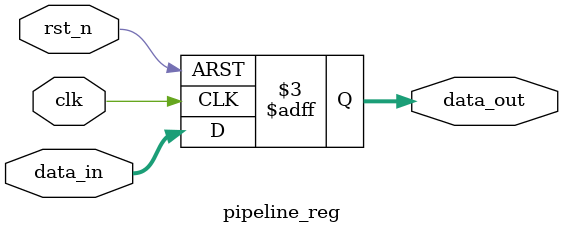
<source format=v>
module pipeline_reg (
    input  wire        clk,
    input  wire        rst_n,
    input  wire [3:0]  data_in,
    output reg  [3:0]  data_out
);
    always @(posedge clk or negedge rst_n) begin
        if (!rst_n)
            data_out <= 4'b0000;
        else
            data_out <= data_in;
    end
endmodule

</source>
